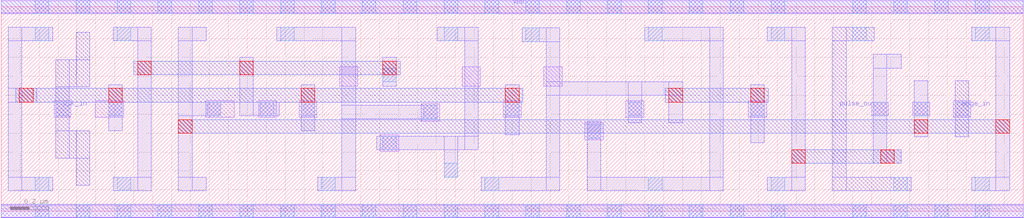
<source format=lef>
VERSION 5.7 ;
BUSBITCHARS "[]" ;
DIVIDERCHAR "/" ;

MACRO edge2pulse
  CLASS CORE ;
  ORIGIN 0 -0.088 ;
  FOREIGN edge2pulse 0 0.088 ;
  SIZE 5.4 BY 1.08 ;
  SYMMETRY X Y ;
  SITE core ;
  PIN VDD
    DIRECTION INOUT ;
    USE POWER ;
    SHAPE ABUTMENT ;
    PORT
      LAYER M1 ;
        RECT 0 1.132 5.4 1.204 ;
    END
  END VDD
  PIN clk_in
    DIRECTION INPUT ;
    USE SIGNAL ;
    PORT
      LAYER M1 ;
        RECT 0.396 0.744 0.468 1.032 ;
        RECT 0.288 0.368 0.468 0.512 ;
        RECT 0.396 0.224 0.468 0.512 ;
        RECT 0.288 0.744 0.468 0.888 ;
        RECT 0.288 0.368 0.36 0.888 ;
    END
  END clk_in
  PIN edge_in
    DIRECTION INPUT ;
    USE SIGNAL ;
    PORT
      LAYER M1 ;
        RECT 5.04 0.48 5.112 0.776 ;
    END
  END edge_in
  PIN pulse_out
    DIRECTION INPUT ;
    USE SIGNAL ;
    PORT
      LAYER M1 ;
        RECT 4.392 0.196 4.808 0.268 ;
        RECT 4.392 0.988 4.612 1.06 ;
        RECT 4.392 0.196 4.464 1.06 ;
    END
  END pulse_out
  OBS
    LAYER LIG ;
      RECT 0 0.056 5.4 0.12 ;
      RECT 0 1.136 5.4 1.2 ;
      RECT 5.03 0.584 5.124 0.672 ;
      RECT 4.816 0.592 4.906 0.664 ;
      RECT 4.6 0.592 4.688 0.664 ;
      RECT 3.948 0.584 4.044 0.672 ;
      RECT 3.3 0.584 3.396 0.672 ;
      RECT 3.084 0.464 3.18 0.556 ;
      RECT 2.868 0.748 2.964 0.852 ;
      RECT 2.652 0.584 2.748 0.672 ;
      RECT 2.436 0.748 2.532 0.852 ;
      RECT 2.22 0.564 2.316 0.656 ;
      RECT 2.004 0.404 2.1 0.492 ;
      RECT 1.788 0.748 1.884 0.852 ;
      RECT 1.576 0.584 1.668 0.672 ;
      RECT 1.36 0.584 1.452 0.672 ;
      RECT 1.08 0.584 1.232 0.672 ;
      RECT 0.496 0.584 0.648 0.672 ;
      RECT 0.28 0.584 0.368 0.672 ;
    LAYER V0 ;
      RECT 5.148 0.052 5.22 0.124 ;
      RECT 5.148 0.196 5.22 0.268 ;
      RECT 5.148 0.988 5.22 1.06 ;
      RECT 5.148 1.132 5.22 1.204 ;
      RECT 5.04 0.592 5.112 0.664 ;
      RECT 4.932 0.052 5.004 0.124 ;
      RECT 4.932 1.132 5.004 1.204 ;
      RECT 4.824 0.592 4.896 0.664 ;
      RECT 4.716 0.052 4.788 0.124 ;
      RECT 4.716 0.196 4.788 0.268 ;
      RECT 4.716 1.132 4.788 1.204 ;
      RECT 4.608 0.592 4.68 0.664 ;
      RECT 4.5 0.052 4.572 0.124 ;
      RECT 4.5 0.988 4.572 1.06 ;
      RECT 4.5 1.132 4.572 1.204 ;
      RECT 4.068 0.052 4.14 0.124 ;
      RECT 4.068 0.196 4.14 0.268 ;
      RECT 4.068 0.988 4.14 1.06 ;
      RECT 4.068 1.132 4.14 1.204 ;
      RECT 3.96 0.592 4.032 0.664 ;
      RECT 3.852 0.052 3.924 0.124 ;
      RECT 3.852 1.132 3.924 1.204 ;
      RECT 3.636 0.052 3.708 0.124 ;
      RECT 3.636 1.132 3.708 1.204 ;
      RECT 3.42 0.052 3.492 0.124 ;
      RECT 3.42 0.196 3.492 0.268 ;
      RECT 3.42 0.988 3.492 1.06 ;
      RECT 3.42 1.132 3.492 1.204 ;
      RECT 3.312 0.592 3.384 0.664 ;
      RECT 3.204 0.052 3.276 0.124 ;
      RECT 3.204 1.132 3.276 1.204 ;
      RECT 3.096 0.472 3.168 0.544 ;
      RECT 2.988 0.052 3.06 0.124 ;
      RECT 2.988 1.132 3.06 1.204 ;
      RECT 2.772 0.052 2.844 0.124 ;
      RECT 2.772 0.984 2.844 1.056 ;
      RECT 2.772 1.132 2.844 1.204 ;
      RECT 2.664 0.592 2.736 0.664 ;
      RECT 2.556 0.052 2.628 0.124 ;
      RECT 2.556 0.196 2.628 0.268 ;
      RECT 2.556 1.132 2.628 1.204 ;
      RECT 2.34 0.052 2.412 0.124 ;
      RECT 2.34 0.268 2.412 0.34 ;
      RECT 2.34 0.988 2.412 1.06 ;
      RECT 2.34 1.132 2.412 1.204 ;
      RECT 2.232 0.576 2.304 0.648 ;
      RECT 2.124 0.052 2.196 0.124 ;
      RECT 2.124 1.132 2.196 1.204 ;
      RECT 2.016 0.412 2.088 0.484 ;
      RECT 2.016 0.772 2.088 0.844 ;
      RECT 1.908 0.052 1.98 0.124 ;
      RECT 1.908 1.132 1.98 1.204 ;
      RECT 1.692 0.052 1.764 0.124 ;
      RECT 1.692 0.196 1.764 0.268 ;
      RECT 1.692 1.132 1.764 1.204 ;
      RECT 1.584 0.592 1.656 0.664 ;
      RECT 1.476 0.052 1.548 0.124 ;
      RECT 1.476 0.988 1.548 1.06 ;
      RECT 1.476 1.132 1.548 1.204 ;
      RECT 1.368 0.592 1.44 0.664 ;
      RECT 1.26 0.052 1.332 0.124 ;
      RECT 1.26 1.132 1.332 1.204 ;
      RECT 1.088 0.592 1.16 0.664 ;
      RECT 1.044 0.052 1.116 0.124 ;
      RECT 1.044 1.132 1.116 1.204 ;
      RECT 0.828 0.052 0.9 0.124 ;
      RECT 0.828 1.132 0.9 1.204 ;
      RECT 0.612 0.052 0.684 0.124 ;
      RECT 0.612 0.196 0.684 0.268 ;
      RECT 0.612 0.988 0.684 1.06 ;
      RECT 0.612 1.132 0.684 1.204 ;
      RECT 0.568 0.592 0.64 0.664 ;
      RECT 0.396 0.052 0.468 0.124 ;
      RECT 0.396 1.132 0.468 1.204 ;
      RECT 0.288 0.592 0.36 0.664 ;
      RECT 0.18 0.052 0.252 0.124 ;
      RECT 0.18 0.196 0.252 0.268 ;
      RECT 0.18 0.988 0.252 1.06 ;
      RECT 0.18 1.132 0.252 1.204 ;
    LAYER M1 ;
      RECT 5.128 0.988 5.328 1.06 ;
      RECT 5.256 0.196 5.328 1.06 ;
      RECT 5.128 0.196 5.328 0.268 ;
      RECT 4.608 0.844 4.756 0.916 ;
      RECT 4.608 0.34 4.68 0.916 ;
      RECT 4.608 0.34 4.756 0.412 ;
      RECT 4.048 0.988 4.248 1.06 ;
      RECT 4.176 0.196 4.248 1.06 ;
      RECT 4.048 0.196 4.248 0.268 ;
      RECT 3.4 0.988 3.816 1.06 ;
      RECT 3.744 0.196 3.816 1.06 ;
      RECT 3.096 0.196 3.168 0.564 ;
      RECT 3.096 0.196 3.816 0.268 ;
      RECT 2.752 0.984 2.952 1.056 ;
      RECT 2.88 0.196 2.952 1.056 ;
      RECT 2.88 0.7 3.6 0.772 ;
      RECT 3.528 0.556 3.6 0.772 ;
      RECT 3.312 0.556 3.384 0.772 ;
      RECT 2.536 0.196 2.952 0.268 ;
      RECT 2.304 0.988 2.52 1.06 ;
      RECT 2.448 0.412 2.52 1.06 ;
      RECT 1.984 0.412 2.52 0.484 ;
      RECT 2.34 0.268 2.412 0.484 ;
      RECT 1.456 0.988 1.872 1.06 ;
      RECT 1.8 0.196 1.872 1.06 ;
      RECT 1.8 0.576 2.304 0.648 ;
      RECT 1.672 0.196 1.872 0.268 ;
      RECT 1.26 0.592 1.332 0.9 ;
      RECT 1.26 0.592 1.468 0.664 ;
      RECT 0.936 0.988 1.084 1.06 ;
      RECT 0.936 0.196 1.008 1.06 ;
      RECT 0.936 0.592 1.16 0.664 ;
      RECT 0.936 0.196 1.084 0.268 ;
      RECT 0.592 0.988 0.792 1.06 ;
      RECT 0.72 0.196 0.792 1.06 ;
      RECT 0.592 0.196 0.792 0.268 ;
      RECT 0.036 0.988 0.272 1.06 ;
      RECT 0.036 0.196 0.108 1.06 ;
      RECT 0.036 0.664 0.188 0.736 ;
      RECT 0.036 0.196 0.272 0.268 ;
      RECT 0 0.052 5.4 0.124 ;
      RECT 4.824 0.48 4.896 0.776 ;
      RECT 3.96 0.448 4.032 0.756 ;
      RECT 2.664 0.492 2.736 0.756 ;
      RECT 2.016 0.748 2.088 0.9 ;
      RECT 1.584 0.512 1.656 0.756 ;
      RECT 0.568 0.512 0.64 0.756 ;
    LAYER M2 ;
      RECT 0.936 0.5 5.328 0.572 ;
      RECT 4.176 0.34 4.756 0.412 ;
      RECT 3.508 0.664 4.052 0.736 ;
      RECT 0.076 0.664 2.756 0.736 ;
      RECT 0.7 0.808 2.108 0.88 ;
    LAYER V1 ;
      RECT 5.256 0.5 5.328 0.572 ;
      RECT 4.824 0.5 4.896 0.572 ;
      RECT 4.648 0.34 4.72 0.412 ;
      RECT 4.176 0.34 4.248 0.412 ;
      RECT 3.96 0.664 4.032 0.736 ;
      RECT 3.528 0.664 3.6 0.736 ;
      RECT 2.664 0.664 2.736 0.736 ;
      RECT 2.016 0.808 2.088 0.88 ;
      RECT 1.584 0.664 1.656 0.736 ;
      RECT 1.26 0.808 1.332 0.88 ;
      RECT 0.936 0.5 1.008 0.572 ;
      RECT 0.72 0.808 0.792 0.88 ;
      RECT 0.568 0.664 0.64 0.736 ;
      RECT 0.096 0.664 0.168 0.736 ;
  END
END edge2pulse

END LIBRARY

</source>
